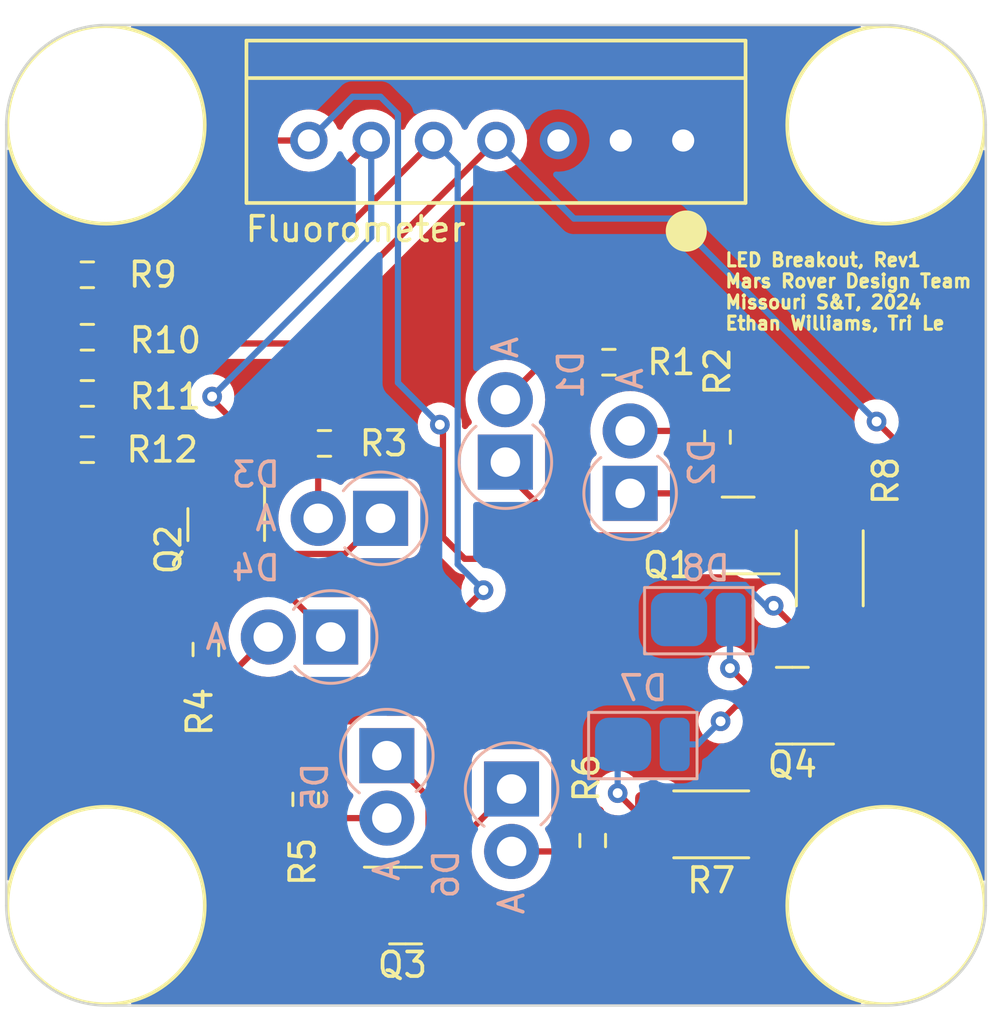
<source format=kicad_pcb>
(kicad_pcb (version 20221018) (generator pcbnew)
  (layers (0 "F.Cu" signal) (31 "B.Cu" signal) (34 "B.Paste" user) (35 "F.Paste" user) (36 "B.SilkS" user "B.Silkscreen") (37 "F.SilkS" user "F.Silkscreen") (38 "B.Mask" user) (39 "F.Mask" user) (44 "Edge.Cuts" user))
  (net 0 "")
  (net 1 "Net-(D1-A)")
  (net 2 "GND")
  (net 3 "Net-(D1-K)")
  (net 4 "530nm")
  (net 5 "Net-(D3-K)")
  (net 6 "Net-(D3-A)")
  (net 7 "Net-(D5-K)")
  (net 8 "Net-(D4-A)")
  (net 9 "Net-(D7-K)")
  (net 10 "Net-(D5-A)")
  (net 11 "522nm")
  (net 12 "465nm")
  (net 13 "400nm")
  (net 14 "+5V")
  (net 15 "Net-(D2-A)")
  (net 16 "Net-(D6-A)")
  (net 17 "Net-(D7-A)")
  (net 18 "Net-(D8-A)")
  (footprint "Resistor_SMD:R_0603_1608Metric_Pad0.98x0.95mm_HandSolder" (layer "F.Cu") (at 67.818 69.596 180)
    (fp_text reference "R9" (at -2.667 0) (layer "F.SilkS"))
    (fp_text value "4.7k Ω")
    (fp_line (start -0.254724 -0.5225) (end 0.254724 -0.5225) (stroke (width 0.12)) (layer "F.SilkS"))
    (fp_line (start -0.254724 0.5225) (end 0.254724 0.5225) (stroke (width 0.12)) (layer "F.SilkS"))
    (pad "1" smd roundrect (at -0.9125 0 180) (size 0.975 0.95) (layers "F.Cu" "F.Paste" "F.Mask") (net 4 "530nm"))
    (pad "2" smd roundrect (at 0.9125 0 180) (size 0.975 0.95) (layers "F.Cu" "F.Paste" "F.Mask") (net 2 "GND"))
  )
  (footprint "MRDT_Drill_Holes:4_40_Hole" (layer "F.Cu") (at 68.58 63.5)
    (fp_text reference "REF**" hide)
    (fp_text value "4_40_Hole" hide)
    (fp_circle (center 0 0) (end -0.00508 4.01828) (stroke (width 0.15)) (fill none) (layer "F.SilkS"))
    (pad "" np_thru_hole circle (at 0 0) (size 2.9464 2.9464) (drill 2.9464) (layers "*.Cu" "*.Mask") (clearance 2.5))
  )
  (footprint "Resistor_SMD:R_0603_1608Metric_Pad0.98x0.95mm_HandSolder" (layer "F.Cu") (at 67.818 74.422 180)
    (fp_text reference "R11" (at -3.175 -0.127) (layer "F.SilkS"))
    (fp_text value "4.7k Ω")
    (fp_line (start -0.254724 -0.5225) (end 0.254724 -0.5225) (stroke (width 0.12)) (layer "F.SilkS"))
    (fp_line (start -0.254724 0.5225) (end 0.254724 0.5225) (stroke (width 0.12)) (layer "F.SilkS"))
    (pad "1" smd roundrect (at -0.9125 0 180) (size 0.975 0.95) (layers "F.Cu" "F.Paste" "F.Mask") (net 12 "465nm"))
    (pad "2" smd roundrect (at 0.9125 0 180) (size 0.975 0.95) (layers "F.Cu" "F.Paste" "F.Mask") (net 2 "GND"))
  )
  (footprint "Resistor_SMD:R_0603_1608Metric_Pad0.98x0.95mm_HandSolder" (layer "F.Cu") (at 67.818 76.708 180)
    (fp_text reference "R12" (at -3.048 0) (layer "F.SilkS"))
    (fp_text value "4.7k Ω")
    (fp_line (start -0.254724 -0.5225) (end 0.254724 -0.5225) (stroke (width 0.12)) (layer "F.SilkS"))
    (fp_line (start -0.254724 0.5225) (end 0.254724 0.5225) (stroke (width 0.12)) (layer "F.SilkS"))
    (pad "1" smd roundrect (at -0.9125 0 180) (size 0.975 0.95) (layers "F.Cu" "F.Paste" "F.Mask") (net 13 "400nm"))
    (pad "2" smd roundrect (at 0.9125 0 180) (size 0.975 0.95) (layers "F.Cu" "F.Paste" "F.Mask") (net 2 "GND"))
  )
  (footprint "Resistor_SMD:R_0603_1608Metric_Pad0.98x0.95mm_HandSolder" (layer "F.Cu") (at 89.0505 73.152 180)
    (fp_text reference "R1" (at -2.54 0) (layer "F.SilkS"))
    (fp_text value "88.7 Ω")
    (fp_line (start -0.254724 -0.5225) (end 0.254724 -0.5225) (stroke (width 0.12)) (layer "F.SilkS"))
    (fp_line (start -0.254724 0.5225) (end 0.254724 0.5225) (stroke (width 0.12)) (layer "F.SilkS"))
    (pad "1" smd roundrect (at -0.9125 0 180) (size 0.975 0.95) (layers "F.Cu" "F.Paste" "F.Mask") (net 14 "+5V"))
    (pad "2" smd roundrect (at 0.9125 0 180) (size 0.975 0.95) (layers "F.Cu" "F.Paste" "F.Mask") (net 1 "Net-(D1-A)"))
  )
  (footprint "Package_TO_SOT_SMD:SOT-23" (layer "F.Cu") (at 94.3125 80.198 180)
    (fp_text reference "Q1" (at 2.8725 -1.209) (layer "F.SilkS"))
    (fp_text value "BSS138")
    (fp_line (start 0 -1.56) (end -1.675 -1.56) (stroke (width 0.12)) (layer "F.SilkS"))
    (fp_line (start 0 -1.56) (end 0.65 -1.56) (stroke (width 0.12)) (layer "F.SilkS"))
    (fp_line (start 0 1.56) (end -0.65 1.56) (stroke (width 0.12)) (layer "F.SilkS"))
    (fp_line (start 0 1.56) (end 0.65 1.56) (stroke (width 0.12)) (layer "F.SilkS"))
    (pad "1" smd roundrect (at -0.9375 -0.95 180) (size 1.475 0.6) (layers "F.Cu" "F.Paste" "F.Mask") (net 4 "530nm"))
    (pad "2" smd roundrect (at -0.9375 0.95 180) (size 1.475 0.6) (layers "F.Cu" "F.Paste" "F.Mask") (net 2 "GND"))
    (pad "3" smd roundrect (at 0.9375 0 180) (size 1.475 0.6) (layers "F.Cu" "F.Paste" "F.Mask") (net 3 "Net-(D1-K)"))
  )
  (footprint "MRDT_Drill_Holes:4_40_Hole" (layer "F.Cu") (at 100.33 63.5)
    (fp_text reference "REF**" hide)
    (fp_text value "4_40_Hole" hide)
    (fp_circle (center 0 0) (end -0.00508 4.01828) (stroke (width 0.15)) (fill none) (layer "F.SilkS"))
    (pad "" np_thru_hole circle (at 0 0) (size 2.9464 2.9464) (drill 2.9464) (layers "F&B.Cu" "*.Mask") (clearance 2.5))
  )
  (footprint "Resistor_SMD:R_2010_5025Metric_Pad1.40x2.65mm_HandSolder" (layer "F.Cu") (at 98.044 81.534 -90)
    (fp_text reference "R8" (at -3.556 -2.28 90) (layer "F.SilkS"))
    (fp_text value "8 Ω")
    (fp_line (start -1.527064 -1.36) (end 1.527064 -1.36) (stroke (width 0.12)) (layer "F.SilkS"))
    (fp_line (start -1.527064 1.36) (end 1.527064 1.36) (stroke (width 0.12)) (layer "F.SilkS"))
    (pad "1" smd roundrect (at -2.4 0 270) (size 1.4 2.65) (layers "F.Cu" "F.Paste" "F.Mask") (roundrect_rratio 0.178571) (net 14 "+5V"))
    (pad "2" smd roundrect (at 2.4 0 270) (size 1.4 2.65) (layers "F.Cu" "F.Paste" "F.Mask") (roundrect_rratio 0.178571) (net 18 "Net-(D8-A)"))
  )
  (footprint "Resistor_SMD:R_0603_1608Metric_Pad0.98x0.95mm_HandSolder" (layer "F.Cu") (at 93.472 76.2 90)
    (fp_text reference "R2" (at 2.667 0 90) (layer "F.SilkS"))
    (fp_text value "88.7 Ω")
    (fp_line (start -0.254724 -0.5225) (end 0.254724 -0.5225) (stroke (width 0.12)) (layer "F.SilkS"))
    (fp_line (start -0.254724 0.5225) (end 0.254724 0.5225) (stroke (width 0.12)) (layer "F.SilkS"))
    (pad "1" smd roundrect (at -0.9125 0 90) (size 0.975 0.95) (layers "F.Cu" "F.Paste" "F.Mask") (net 14 "+5V"))
    (pad "2" smd roundrect (at 0.9125 0 90) (size 0.975 0.95) (layers "F.Cu" "F.Paste" "F.Mask") (net 15 "Net-(D2-A)"))
  )
  (footprint "MRDT_Drill_Holes:4_40_Hole" (layer "F.Cu") (at 100.33 95.25)
    (fp_text reference "REF**" hide)
    (fp_text value "4_40_Hole" hide)
    (fp_circle (center 0 0) (end -0.00508 4.01828) (stroke (width 0.15)) (fill none) (layer "F.SilkS"))
    (pad "" np_thru_hole circle (at 0 0) (size 2.9464 2.9464) (drill 2.9464) (layers "*.Cu" "*.Mask") (clearance 2.5))
  )
  (footprint "Resistor_SMD:R_0603_1608Metric_Pad0.98x0.95mm_HandSolder" (layer "F.Cu") (at 76.708 90.932 -90)
    (fp_text reference "R5" (at 2.54 0.127 90) (layer "F.SilkS"))
    (fp_text value "82.5 Ω")
    (fp_line (start -0.254724 -0.5225) (end 0.254724 -0.5225) (stroke (width 0.12)) (layer "F.SilkS"))
    (fp_line (start -0.254724 0.5225) (end 0.254724 0.5225) (stroke (width 0.12)) (layer "F.SilkS"))
    (pad "1" smd roundrect (at -0.9125 0 270) (size 0.975 0.95) (layers "F.Cu" "F.Paste" "F.Mask") (net 14 "+5V"))
    (pad "2" smd roundrect (at 0.9125 0 270) (size 0.975 0.95) (layers "F.Cu" "F.Paste" "F.Mask") (net 10 "Net-(D5-A)"))
  )
  (footprint "Resistor_SMD:R_0603_1608Metric_Pad0.98x0.95mm_HandSolder" (layer "F.Cu") (at 72.644 84.836 -90)
    (fp_text reference "R4" (at 2.54 0.254 90) (layer "F.SilkS"))
    (fp_text value "78.7 Ω")
    (fp_line (start -0.254724 -0.5225) (end 0.254724 -0.5225) (stroke (width 0.12)) (layer "F.SilkS"))
    (fp_line (start -0.254724 0.5225) (end 0.254724 0.5225) (stroke (width 0.12)) (layer "F.SilkS"))
    (pad "1" smd roundrect (at -0.9125 0 270) (size 0.975 0.95) (layers "F.Cu" "F.Paste" "F.Mask") (net 14 "+5V"))
    (pad "2" smd roundrect (at 0.9125 0 270) (size 0.975 0.95) (layers "F.Cu" "F.Paste" "F.Mask") (net 8 "Net-(D4-A)"))
  )
  (footprint "Package_TO_SOT_SMD:SOT-23" (layer "F.Cu") (at 96.52 87.122 180)
    (fp_text reference "Q4" (at 0 -2.4) (layer "F.SilkS"))
    (fp_text value "BSS138")
    (fp_line (start 0 -1.56) (end -1.675 -1.56) (stroke (width 0.12)) (layer "F.SilkS"))
    (fp_line (start 0 -1.56) (end 0.65 -1.56) (stroke (width 0.12)) (layer "F.SilkS"))
    (fp_line (start 0 1.56) (end -0.65 1.56) (stroke (width 0.12)) (layer "F.SilkS"))
    (fp_line (start 0 1.56) (end 0.65 1.56) (stroke (width 0.12)) (layer "F.SilkS"))
    (pad "1" smd roundrect (at -0.9375 -0.95 180) (size 1.475 0.6) (layers "F.Cu" "F.Paste" "F.Mask") (net 13 "400nm"))
    (pad "2" smd roundrect (at -0.9375 0.95 180) (size 1.475 0.6) (layers "F.Cu" "F.Paste" "F.Mask") (net 2 "GND"))
    (pad "3" smd roundrect (at 0.9375 0 180) (size 1.475 0.6) (layers "F.Cu" "F.Paste" "F.Mask") (net 9 "Net-(D7-K)"))
  )
  (footprint "Package_TO_SOT_SMD:SOT-23" (layer "F.Cu") (at 80.772 95.25)
    (fp_text reference "Q3" (at -0.127 2.413) (layer "F.SilkS"))
    (fp_text value "BSS138")
    (fp_line (start 0 -1.56) (end -1.675 -1.56) (stroke (width 0.12)) (layer "F.SilkS"))
    (fp_line (start 0 -1.56) (end 0.65 -1.56) (stroke (width 0.12)) (layer "F.SilkS"))
    (fp_line (start 0 1.56) (end -0.65 1.56) (stroke (width 0.12)) (layer "F.SilkS"))
    (fp_line (start 0 1.56) (end 0.65 1.56) (stroke (width 0.12)) (layer "F.SilkS"))
    (pad "1" smd roundrect (at -0.9375 -0.95) (size 1.475 0.6) (layers "F.Cu" "F.Paste" "F.Mask") (net 12 "465nm"))
    (pad "2" smd roundrect (at -0.9375 0.95) (size 1.475 0.6) (layers "F.Cu" "F.Paste" "F.Mask") (net 2 "GND"))
    (pad "3" smd roundrect (at 0.9375 0) (size 1.475 0.6) (layers "F.Cu" "F.Paste" "F.Mask") (net 7 "Net-(D5-K)"))
  )
  (footprint "MRDT_Drill_Holes:4_40_Hole" (layer "F.Cu") (at 68.58 95.25)
    (fp_text reference "REF**" hide)
    (fp_text value "4_40_Hole" hide)
    (fp_circle (center 0 0) (end -0.00508 4.01828) (stroke (width 0.15)) (fill none) (layer "F.SilkS"))
    (pad "" np_thru_hole circle (at 0 0) (size 2.9464 2.9464) (drill 2.9464) (layers "*.Cu" "*.Mask") (clearance 2.5))
  )
  (footprint "Package_TO_SOT_SMD:SOT-23" (layer "F.Cu") (at 73.472 79.756 -90)
    (fp_text reference "Q2" (at 1.016 2.352 90) (layer "F.SilkS"))
    (fp_text value "BSS138")
    (fp_line (start 0 -1.56) (end -1.675 -1.56) (stroke (width 0.12)) (layer "F.SilkS"))
    (fp_line (start 0 -1.56) (end 0.65 -1.56) (stroke (width 0.12)) (layer "F.SilkS"))
    (fp_line (start 0 1.56) (end -0.65 1.56) (stroke (width 0.12)) (layer "F.SilkS"))
    (fp_line (start 0 1.56) (end 0.65 1.56) (stroke (width 0.12)) (layer "F.SilkS"))
    (pad "1" smd roundrect (at -0.9375 -0.95 270) (size 1.475 0.6) (layers "F.Cu" "F.Paste" "F.Mask") (net 11 "522nm"))
    (pad "2" smd roundrect (at -0.9375 0.95 270) (size 1.475 0.6) (layers "F.Cu" "F.Paste" "F.Mask") (net 2 "GND"))
    (pad "3" smd roundrect (at 0.9375 0 270) (size 1.475 0.6) (layers "F.Cu" "F.Paste" "F.Mask") (net 5 "Net-(D3-K)"))
  )
  (footprint "Resistor_SMD:R_0603_1608Metric_Pad0.98x0.95mm_HandSolder" (layer "F.Cu") (at 88.392 92.6065 -90)
    (fp_text reference "R6" (at -2.54 0.254 90) (layer "F.SilkS"))
    (fp_text value "82.5 Ω")
    (fp_line (start -0.254724 -0.5225) (end 0.254724 -0.5225) (stroke (width 0.12)) (layer "F.SilkS"))
    (fp_line (start -0.254724 0.5225) (end 0.254724 0.5225) (stroke (width 0.12)) (layer "F.SilkS"))
    (pad "1" smd roundrect (at -0.9125 0 270) (size 0.975 0.95) (layers "F.Cu" "F.Paste" "F.Mask") (net 14 "+5V"))
    (pad "2" smd roundrect (at 0.9125 0 270) (size 0.975 0.95) (layers "F.Cu" "F.Paste" "F.Mask") (net 16 "Net-(D6-A)"))
  )
  (footprint "MRDT_Connectors:MOLEX_SL_07_Vertical" (layer "F.Cu") (at 76.835 64.135)
    (fp_text reference "Conn1" hide)
    (fp_text value "Molex_SL_07")
    (fp_line (start -2.54 -4.064) (end -2.54 -2.54) (stroke (width 0.15)) (layer "F.SilkS"))
    (fp_line (start -2.54 -2.54) (end 17.78 -2.54) (stroke (width 0.15)) (layer "F.SilkS"))
    (fp_line (start -2.54 2.54) (end -2.54 -2.54) (stroke (width 0.15)) (layer "F.SilkS"))
    (fp_line (start 17.78 -4.064) (end -2.54 -4.064) (stroke (width 0.15)) (layer "F.SilkS"))
    (fp_line (start 17.78 -2.54) (end 17.78 -4.064) (stroke (width 0.15)) (layer "F.SilkS"))
    (fp_line (start 17.78 2.54) (end -2.54 2.54) (stroke (width 0.15)) (layer "F.SilkS"))
    (fp_line (start 17.78 2.54) (end 17.78 -2.54) (stroke (width 0.15)) (layer "F.SilkS"))
    (pad "1" thru_hole circle (at 0 0) (size 1.524 1.524) (drill 0.9) (layers "*.Cu" "*.Mask") (net 4 "530nm"))
    (pad "2" thru_hole circle (at 2.54 0) (size 1.524 1.524) (drill 0.9) (layers "*.Cu" "*.Mask") (net 11 "522nm"))
    (pad "3" thru_hole circle (at 5.08 0) (size 1.524 1.524) (drill 0.9) (layers "*.Cu" "*.Mask") (net 12 "465nm"))
    (pad "4" thru_hole circle (at 7.62 0) (size 1.524 1.524) (drill 0.9) (layers "*.Cu" "*.Mask") (net 13 "400nm"))
    (pad "5" thru_hole circle (at 10.16 0) (size 1.524 1.524) (drill 0.9) (layers "*.Cu" "*.Mask") (net 14 "+5V"))
    (pad "6" thru_hole circle (at 12.7 0) (size 1.524 1.524) (drill 0.9) (layers "*.Cu" "*.Mask") (net 2 "GND"))
    (pad "7" thru_hole circle (at 15.24 0) (size 1.524 1.524) (drill 0.9) (layers "*.Cu" "*.Mask") (net 2 "GND"))
  )
  (footprint "Resistor_SMD:R_0603_1608Metric_Pad0.98x0.95mm_HandSolder" (layer "F.Cu") (at 77.47 76.454 180)
    (fp_text reference "R3" (at -2.413 0) (layer "F.SilkS"))
    (fp_text value "78.7 Ω")
    (fp_line (start -0.254724 -0.5225) (end 0.254724 -0.5225) (stroke (width 0.12)) (layer "F.SilkS"))
    (fp_line (start -0.254724 0.5225) (end 0.254724 0.5225) (stroke (width 0.12)) (layer "F.SilkS"))
    (pad "1" smd roundrect (at -0.9125 0 180) (size 0.975 0.95) (layers "F.Cu" "F.Paste" "F.Mask") (net 14 "+5V"))
    (pad "2" smd roundrect (at 0.9125 0 180) (size 0.975 0.95) (layers "F.Cu" "F.Paste" "F.Mask") (net 6 "Net-(D3-A)"))
  )
  (footprint "Resistor_SMD:R_2010_5025Metric_Pad1.40x2.65mm_HandSolder" (layer "F.Cu") (at 93.218 91.948 180)
    (fp_text reference "R7" (at 0 -2.28) (layer "F.SilkS"))
    (fp_text value "8 Ω")
    (fp_line (start -1.527064 -1.36) (end 1.527064 -1.36) (stroke (width 0.12)) (layer "F.SilkS"))
    (fp_line (start -1.527064 1.36) (end 1.527064 1.36) (stroke (width 0.12)) (layer "F.SilkS"))
    (pad "1" smd roundrect (at -2.4 0 180) (size 1.4 2.65) (layers "F.Cu" "F.Paste" "F.Mask") (roundrect_rratio 0.178571) (net 14 "+5V"))
    (pad "2" smd roundrect (at 2.4 0 180) (size 1.4 2.65) (layers "F.Cu" "F.Paste" "F.Mask") (roundrect_rratio 0.178571) (net 17 "Net-(D7-A)"))
  )
  (footprint "Resistor_SMD:R_0603_1608Metric_Pad0.98x0.95mm_HandSolder" (layer "F.Cu") (at 67.818 72.136 180)
    (fp_text reference "R10" (at -3.175 -0.127) (layer "F.SilkS"))
    (fp_text value "4.7k Ω")
    (fp_line (start -0.254724 -0.5225) (end 0.254724 -0.5225) (stroke (width 0.12)) (layer "F.SilkS"))
    (fp_line (start -0.254724 0.5225) (end 0.254724 0.5225) (stroke (width 0.12)) (layer "F.SilkS"))
    (pad "1" smd roundrect (at -0.9125 0 180) (size 0.975 0.95) (layers "F.Cu" "F.Paste" "F.Mask") (net 11 "522nm"))
    (pad "2" smd roundrect (at 0.9125 0 180) (size 0.975 0.95) (layers "F.Cu" "F.Paste" "F.Mask") (net 2 "GND"))
  )
  (footprint "Diode_THT:D_DO-15_P2.54mm_Vertical_AnodeUp" (layer "B.Cu") (at 84.836 77.216 90)
    (fp_text reference "D1" (at 3.556 2.668 90) (layer "B.SilkS") (effects (justify mirror)))
    (fp_text value "530 nm")
    (fp_text user "A" (at 4.66 0 90) (layer "B.SilkS") (effects (justify mirror)))
    (fp_arc (start 1.514596 1.12) (mid -1.883124 0.047368) (end 1.456371 -1.194732) (stroke (width 0.12)) (layer "B.SilkS"))
    (pad "1" thru_hole rect (at 0 0 90) (size 2.24 2.24) (drill 1.2) (layers "*.Cu" "*.Mask") (net 3 "Net-(D1-K)"))
    (pad "2" thru_hole oval (at 2.54 0 90) (size 2.24 2.24) (drill 1.2) (layers "*.Cu" "*.Mask") (net 1 "Net-(D1-A)"))
  )
  (footprint "MRDT_Passives:3528SMD_Diode" (layer "B.Cu") (at 93.0936 83.566 180)
    (fp_text reference "D8" (at 0.1016 2.032 unlocked) (layer "B.SilkS") (effects (justify mirror)))
    (fp_text value "400 nm")
    (fp_rect (start -1.8236 1.2506) (end 2.5908 -1.4478) (stroke (width 0.12)) (fill none) (layer "B.SilkS"))
    (pad "1" smd roundrect (at -0.9144 -0.0508 180) (size 1.22 2.17) (layers "B.Cu" "B.Paste" "B.Mask") (net 9 "Net-(D7-K)"))
    (pad "2" smd roundrect (at 1.1856 -0.0508 180) (size 2.288 2.17) (layers "B.Cu" "B.Paste" "B.Mask") (net 18 "Net-(D8-A)"))
  )
  (footprint "Diode_THT:D_DO-15_P2.54mm_Vertical_AnodeUp" (layer "B.Cu") (at 80.01 89.154 -90)
    (fp_text reference "D5" (at 1.27 2.921 90) (layer "B.SilkS") (effects (justify mirror)))
    (fp_text value "465 nm")
    (fp_text user "A" (at 4.66 0 90) (layer "B.SilkS") (effects (justify mirror)))
    (fp_arc (start 1.514596 1.12) (mid -1.883124 0.047368) (end 1.456371 -1.194732) (stroke (width 0.12)) (layer "B.SilkS"))
    (pad "1" thru_hole rect (at 0 0 270) (size 2.24 2.24) (drill 1.2) (layers "*.Cu" "*.Mask") (net 7 "Net-(D5-K)"))
    (pad "2" thru_hole oval (at 2.54 0 270) (size 2.24 2.24) (drill 1.2) (layers "*.Cu" "*.Mask") (net 10 "Net-(D5-A)"))
  )
  (footprint "Diode_THT:D_DO-15_P2.54mm_Vertical_AnodeUp" (layer "B.Cu") (at 89.916 78.486 90)
    (fp_text reference "D2" (at 1.27 2.921 90) (layer "B.SilkS") (effects (justify mirror)))
    (fp_text value "530 nm")
    (fp_text user "A" (at 4.66 0 90) (layer "B.SilkS") (effects (justify mirror)))
    (fp_arc (start 1.514596 1.12) (mid -1.883124 0.047368) (end 1.456371 -1.194732) (stroke (width 0.12)) (layer "B.SilkS"))
    (pad "1" thru_hole rect (at 0 0 90) (size 2.24 2.24) (drill 1.2) (layers "*.Cu" "*.Mask") (net 3 "Net-(D1-K)"))
    (pad "2" thru_hole oval (at 2.54 0 90) (size 2.24 2.24) (drill 1.2) (layers "*.Cu" "*.Mask") (net 15 "Net-(D2-A)"))
  )
  (footprint "Diode_THT:D_DO-15_P2.54mm_Vertical_AnodeUp" (layer "B.Cu") (at 79.756 79.502 180)
    (fp_text reference "D3" (at 5.08 1.778) (layer "B.SilkS") (effects (justify mirror)))
    (fp_text value "522 nm")
    (fp_text user "A" (at 4.66 0) (layer "B.SilkS") (effects (justify mirror)))
    (fp_arc (start 1.514596 1.12) (mid -1.883124 0.047368) (end 1.456371 -1.194732) (stroke (width 0.12)) (layer "B.SilkS"))
    (pad "1" thru_hole rect (at 0 0 180) (size 2.24 2.24) (drill 1.2) (layers "*.Cu" "*.Mask") (net 5 "Net-(D3-K)"))
    (pad "2" thru_hole oval (at 2.54 0 180) (size 2.24 2.24) (drill 1.2) (layers "*.Cu" "*.Mask") (net 6 "Net-(D3-A)"))
  )
  (footprint "MRDT_Passives:3528SMD_Diode" (layer "B.Cu") (at 90.8158 88.646 180)
    (fp_text reference "D7" (at 0.3556 2.2352 unlocked) (layer "B.SilkS") (effects (justify mirror)))
    (fp_text value "400 nm")
    (fp_rect (start -1.8236 1.2506) (end 2.5908 -1.4478) (stroke (width 0.12)) (fill none) (layer "B.SilkS"))
    (pad "1" smd roundrect (at -0.9144 -0.0508 180) (size 1.22 2.17) (layers "B.Cu" "B.Paste" "B.Mask") (net 9 "Net-(D7-K)"))
    (pad "2" smd roundrect (at 1.1856 -0.0508 180) (size 2.288 2.17) (layers "B.Cu" "B.Paste" "B.Mask") (net 17 "Net-(D7-A)"))
  )
  (footprint "Diode_THT:D_DO-15_P2.54mm_Vertical_AnodeUp" (layer "B.Cu") (at 85.09 90.51 -90)
    (fp_text reference "D6" (at 3.47 2.667 90) (layer "B.SilkS") (effects (justify mirror)))
    (fp_text value "465 nm")
    (fp_text user "A" (at 4.66 0 90) (layer "B.SilkS") (effects (justify mirror)))
    (fp_arc (start 1.514596 1.12) (mid -1.883124 0.047368) (end 1.456371 -1.194732) (stroke (width 0.12)) (layer "B.SilkS"))
    (pad "1" thru_hole rect (at 0 0 270) (size 2.24 2.24) (drill 1.2) (layers "*.Cu" "*.Mask") (net 7 "Net-(D5-K)"))
    (pad "2" thru_hole oval (at 2.54 0 270) (size 2.24 2.24) (drill 1.2) (layers "*.Cu" "*.Mask") (net 16 "Net-(D6-A)"))
  )
  (footprint "Diode_THT:D_DO-15_P2.54mm_Vertical_AnodeUp" (layer "B.Cu") (at 77.724 84.328 180)
    (fp_text reference "D4" (at 3.048 2.794) (layer "B.SilkS") (effects (justify mirror)))
    (fp_text value "522 nm")
    (fp_text user "A" (at 4.66 0) (layer "B.SilkS") (effects (justify mirror)))
    (fp_arc (start 1.514596 1.12) (mid -1.883124 0.047368) (end 1.456371 -1.194732) (stroke (width 0.12)) (layer "B.SilkS"))
    (pad "1" thru_hole rect (at 0 0 180) (size 2.24 2.24) (drill 1.2) (layers "*.Cu" "*.Mask") (net 5 "Net-(D3-K)"))
    (pad "2" thru_hole oval (at 2.54 0 180) (size 2.24 2.24) (drill 1.2) (layers "*.Cu" "*.Mask") (net 8 "Net-(D4-A)"))
  )
  (gr_circle (center 92.202 67.818) (end 92.964 67.818) (stroke (width 0.15)) (fill solid) (layer "F.SilkS"))
  (gr_arc (start 64.516 63.5) (mid 65.706318 60.626318) (end 68.58 59.436) (stroke (width 0.1)) (layer "Edge.Cuts"))
  (gr_line (start 68.58 99.314) (end 100.33 99.314) (stroke (width 0.1)) (layer "Edge.Cuts"))
  (gr_arc (start 68.58 99.314) (mid 65.706318 98.123682) (end 64.516 95.25) (stroke (width 0.1)) (layer "Edge.Cuts"))
  (gr_line (start 64.516 63.5) (end 64.516 95.25) (stroke (width 0.1)) (layer "Edge.Cuts"))
  (gr_arc (start 104.394 95.25) (mid 103.203682 98.123682) (end 100.33 99.314) (stroke (width 0.1)) (layer "Edge.Cuts"))
  (gr_line (start 68.58 59.436) (end 100.33 59.436) (stroke (width 0.1)) (layer "Edge.Cuts"))
  (gr_arc (start 100.33 59.436) (mid 103.203682 60.626318) (end 104.394 63.5) (stroke (width 0.1)) (layer "Edge.Cuts"))
  (gr_line (start 104.394 95.25) (end 104.394 63.5) (stroke (width 0.1)) (layer "Edge.Cuts"))
  (gr_text "Fluorometer" (at 74.168 68.326) (layer "F.SilkS") (effects (font (size 1 1)) (justify left bottom)))
  (gr_text "LED Breakout, Rev1\nMars Rover Design Team\nMissouri S&T, 2024\nEthan Williams, Tri Le" (at 93.726 71.882) (layer "F.SilkS") (effects (font (size 0.5334 0.5334) (thickness 0.127) bold) (justify left bottom)))
  (segment (start 84.836 74.676) (end 86.36 73.152) (width 0.254) (layer "F.Cu") (net 1))
  (segment (start 86.36 73.152) (end 88.138 73.152) (width 0.254) (layer "F.Cu") (net 1))
  (segment (start 93.375 80.198) (end 87.437 80.198) (width 0.254) (layer "F.Cu") (net 3))
  (segment (start 91.663 78.486) (end 89.916 78.486) (width 0.254) (layer "F.Cu") (net 3))
  (segment (start 84.836 77.597) (end 84.836 77.216) (width 0.254) (layer "F.Cu") (net 3))
  (segment (start 87.437 80.198) (end 84.836 77.597) (width 0.254) (layer "F.Cu") (net 3))
  (segment (start 93.375 80.198) (end 91.663 78.486) (width 0.254) (layer "F.Cu") (net 3))
  (segment (start 82.296 76.2) (end 82.296 75.819) (width 0.254) (layer "F.Cu") (net 4))
  (segment (start 83.18 81.148) (end 82.423 80.391) (width 0.254) (layer "F.Cu") (net 4))
  (segment (start 82.296 80.264) (end 82.296 76.2) (width 0.254) (layer "F.Cu") (net 4))
  (segment (start 95.25 81.148) (end 83.18 81.148) (width 0.254) (layer "F.Cu") (net 4))
  (segment (start 68.7305 69.596) (end 74.1915 64.135) (width 0.254) (layer "F.Cu") (net 4))
  (segment (start 74.1915 64.135) (end 76.835 64.135) (width 0.254) (layer "F.Cu") (net 4))
  (segment (start 82.423 80.391) (end 82.296 80.264) (width 0.254) (layer "F.Cu") (net 4))
  (segment (start 82.296 75.819) (end 82.169 75.692) (width 0.254) (layer "F.Cu") (net 4))
  (via (at 82.169 75.692) (size 0.8) (drill 0.4) (layers "F.Cu" "B.Cu") (net 4))
  (segment (start 80.464 63.065) (end 79.756 62.357) (width 0.254) (layer "B.Cu") (net 4))
  (segment (start 82.169 75.692) (end 80.464 73.987) (width 0.254) (layer "B.Cu") (net 4))
  (segment (start 79.756 62.357) (end 78.613 62.357) (width 0.254) (layer "B.Cu") (net 4))
  (segment (start 78.613 62.357) (end 76.835 64.135) (width 0.254) (layer "B.Cu") (net 4))
  (segment (start 80.464 73.987) (end 80.464 63.065) (width 0.254) (layer "B.Cu") (net 4))
  (segment (start 78.309 80.949) (end 79.756 79.502) (width 0.254) (layer "F.Cu") (net 5))
  (segment (start 73.472 80.6935) (end 73.7275 80.949) (width 0.254) (layer "F.Cu") (net 5))
  (segment (start 73.7275 80.949) (end 78.309 80.949) (width 0.254) (layer "F.Cu") (net 5))
  (segment (start 73.472 80.6935) (end 74.0895 80.6935) (width 0.254) (layer "F.Cu") (net 5))
  (segment (start 74.0895 80.6935) (end 77.724 84.328) (width 0.254) (layer "F.Cu") (net 5))
  (segment (start 77.216 77.1125) (end 76.5575 76.454) (width 0.254) (layer "F.Cu") (net 6))
  (segment (start 77.216 79.502) (end 77.216 77.1125) (width 0.254) (layer "F.Cu") (net 6))
  (segment (start 81.7095 93.8905) (end 81.7095 95.25) (width 0.254) (layer "F.Cu") (net 7))
  (segment (start 81.7095 95.25) (end 81.7095 90.8535) (width 0.254) (layer "F.Cu") (net 7))
  (segment (start 81.7095 90.8535) (end 80.01 89.154) (width 0.254) (layer "F.Cu") (net 7))
  (segment (start 85.09 90.51) (end 81.7095 93.8905) (width 0.254) (layer "F.Cu") (net 7))
  (segment (start 72.644 85.7485) (end 73.7635 85.7485) (width 0.254) (layer "F.Cu") (net 8))
  (segment (start 73.7635 85.7485) (end 75.184 84.328) (width 0.254) (layer "F.Cu") (net 8))
  (segment (start 95.5825 87.122) (end 95.504 87.122) (width 0.254) (layer "F.Cu") (net 9))
  (segment (start 95.5825 87.122) (end 94.234 87.122) (width 0.254) (layer "F.Cu") (net 9))
  (segment (start 94.234 87.122) (end 93.599 87.757) (width 0.254) (layer "F.Cu") (net 9))
  (segment (start 93.98 85.598) (end 94.008 85.626) (width 0.254) (layer "F.Cu") (net 9))
  (segment (start 95.504 87.122) (end 93.98 85.598) (width 0.254) (layer "F.Cu") (net 9))
  (via (at 93.98 85.598) (size 0.8) (drill 0.4) (layers "F.Cu" "B.Cu") (net 9))
  (via (at 93.599 87.757) (size 0.8) (drill 0.4) (layers "F.Cu" "B.Cu") (net 9))
  (segment (start 91.7302 88.6968) (end 92.6592 88.6968) (width 0.25) (layer "B.Cu") (net 9))
  (segment (start 93.98 83.6448) (end 94.008 83.6168) (width 0.254) (layer "B.Cu") (net 9))
  (segment (start 93.98 85.598) (end 93.98 83.6448) (width 0.254) (layer "B.Cu") (net 9))
  (segment (start 92.6592 88.6968) (end 93.599 87.757) (width 0.25) (layer "B.Cu") (net 9))
  (segment (start 76.708 91.8445) (end 76.8585 91.694) (width 0.254) (layer "F.Cu") (net 10))
  (segment (start 76.8585 91.694) (end 80.01 91.694) (width 0.254) (layer "F.Cu") (net 10))
  (segment (start 74.422 76.2) (end 72.898 74.676) (width 0.254) (layer "F.Cu") (net 11))
  (segment (start 72.898 74.549) (end 72.771 74.549) (width 0.254) (layer "F.Cu") (net 11))
  (segment (start 74.422 78.8185) (end 74.422 76.2) (width 0.254) (layer "F.Cu") (net 11))
  (segment (start 72.028 71.482) (end 79.375 64.135) (width 0.254) (layer "F.Cu") (net 11))
  (segment (start 72.898 74.676) (end 72.898 74.549) (width 0.254) (layer "F.Cu") (net 11))
  (segment (start 72.771 74.549) (end 72.898 74.676) (width 0.254) (layer "F.Cu") (net 11))
  (segment (start 68.7305 72.136) (end 69.3845 71.482) (width 0.254) (layer "F.Cu") (net 11))
  (segment (start 69.3845 71.482) (end 72.028 71.482) (width 0.254) (layer "F.Cu") (net 11))
  (via (at 72.898 74.549) (size 0.8) (drill 0.4) (layers "F.Cu" "B.Cu") (net 11))
  (segment (start 79.375 68.072) (end 79.375 64.135) (width 0.254) (layer "B.Cu") (net 11))
  (segment (start 72.898 74.549) (end 79.375 68.072) (width 0.254) (layer "B.Cu") (net 11))
  (segment (start 78.613 87.757) (end 74.93 87.757) (width 0.254) (layer "F.Cu") (net 12))
  (segment (start 74.295 88.392) (end 74.295 90.717324) (width 0.254) (layer "F.Cu") (net 12))
  (segment (start 74.295 90.717324) (end 74.93 91.352324) (width 0.254) (layer "F.Cu") (net 12))
  (segment (start 74.93 91.352324) (end 74.93 93.472) (width 0.254) (layer "F.Cu") (net 12))
  (segment (start 71.2165 71.936) (end 74.114 71.936) (width 0.254) (layer "F.Cu") (net 12))
  (segment (start 68.7305 74.422) (end 71.2165 71.936) (width 0.254) (layer "F.Cu") (net 12))
  (segment (start 74.93 87.757) (end 74.295 88.392) (width 0.254) (layer "F.Cu") (net 12))
  (segment (start 74.93 93.472) (end 75.758 94.3) (width 0.254) (layer "F.Cu") (net 12))
  (segment (start 74.114 71.936) (end 81.915 64.135) (width 0.254) (layer "F.Cu") (net 12))
  (segment (start 75.758 94.3) (end 79.8345 94.3) (width 0.254) (layer "F.Cu") (net 12))
  (segment (start 83.947 82.423) (end 78.613 87.757) (width 0.254) (layer "F.Cu") (net 12))
  (via (at 83.947 82.423) (size 0.8) (drill 0.4) (layers "F.Cu" "B.Cu") (net 12))
  (segment (start 82.896 65.116) (end 82.896 81.372) (width 0.254) (layer "B.Cu") (net 12))
  (segment (start 82.896 81.372) (end 83.947 82.423) (width 0.254) (layer "B.Cu") (net 12))
  (segment (start 81.915 64.135) (end 82.896 65.116) (width 0.254) (layer "B.Cu") (net 12))
  (segment (start 76.2 72.39) (end 73.025 72.39) (width 0.254) (layer "F.Cu") (net 13))
  (segment (start 84.455 64.135) (end 76.2 72.39) (width 0.254) (layer "F.Cu") (net 13))
  (segment (start 68.7305 76.6845) (end 68.7305 76.708) (width 0.254) (layer "F.Cu") (net 13))
  (segment (start 73.025 72.39) (end 68.7305 76.6845) (width 0.254) (layer "F.Cu") (net 13))
  (segment (start 101.346 84.1835) (end 97.4575 88.072) (width 0.254) (layer "F.Cu") (net 13))
  (segment (start 99.949 75.565) (end 101.346 76.962) (width 0.254) (layer "F.Cu") (net 13))
  (segment (start 99.949 75.565) (end 100.076 75.438) (width 0.254) (layer "F.Cu") (net 13))
  (segment (start 101.346 76.962) (end 101.346 84.1835) (width 0.254) (layer "F.Cu") (net 13))
  (via (at 99.949 75.565) (size 0.8) (drill 0.4) (layers "F.Cu" "B.Cu") (net 13))
  (segment (start 87.63 67.31) (end 84.455 64.135) (width 0.254) (layer "B.Cu") (net 13))
  (segment (start 99.949 75.565) (end 91.694 67.31) (width 0.254) (layer "B.Cu") (net 13))
  (segment (start 91.694 67.31) (end 87.63 67.31) (width 0.254) (layer "B.Cu") (net 13))
  (segment (start 93.472 75.2875) (end 92.8135 75.946) (width 0.254) (layer "F.Cu") (net 15))
  (segment (start 92.8135 75.946) (end 89.916 75.946) (width 0.254) (layer "F.Cu") (net 15))
  (segment (start 85.09 93.05) (end 87.923 93.05) (width 0.254) (layer "F.Cu") (net 16))
  (segment (start 87.923 93.05) (end 88.392 93.519) (width 0.254) (layer "F.Cu") (net 16))
  (segment (start 90.678 91.948) (end 89.408 90.678) (width 0.25) (layer "F.Cu") (net 17))
  (segment (start 90.818 91.948) (end 90.678 91.948) (width 0.25) (layer "F.Cu") (net 17))
  (via (at 89.408 90.678) (size 0.8) (drill 0.4) (layers "F.Cu" "B.Cu") (net 17))
  (segment (start 89.408 90.678) (end 89.408 88.919) (width 0.25) (layer "B.Cu") (net 17))
  (segment (start 89.408 88.919) (end 89.6302 88.6968) (width 0.25) (layer "B.Cu") (net 17))
  (segment (start 98.044 83.934) (end 96.634 83.934) (width 0.25) (layer "F.Cu") (net 18))
  (segment (start 96.634 83.934) (end 95.758 83.058) (width 0.25) (layer "F.Cu") (net 18))
  (via (at 95.758 83.058) (size 0.8) (drill 0.4) (layers "F.Cu" "B.Cu") (net 18))
  (segment (start 95.758 83.058) (end 95.425155 83.058) (width 0.25) (layer "B.Cu") (net 18))
  (segment (start 93.318 82.2068) (end 91.908 83.6168) (width 0.25) (layer "B.Cu") (net 18))
  (segment (start 95.425155 83.058) (end 94.573955 82.2068) (width 0.25) (layer "B.Cu") (net 18))
  (segment (start 94.573955 82.2068) (end 93.318 82.2068) (width 0.25) (layer "B.Cu") (net 18))
  (zone (net 14) (net_name "+5V") (layer "F.Cu") (connect_pads yes (clearance 0.5)) (min_thickness 0.25) (fill yes (thermal_gap 0.5) (thermal_bridge_width 0.5))
    (polygon (pts (xy 64.262 58.674) (xy 64.262 99.822) (xy 104.648 100.076) (xy 104.394 58.42)))
  )
  (zone (net 2) (net_name "GND") (layer "B.Cu") (priority 1) (connect_pads yes (clearance 0.5)) (min_thickness 0.25) (fill yes (thermal_gap 0.5) (thermal_bridge_width 0.5))
    (polygon (pts (xy 64.262 100.076) (xy 104.648 100.076) (xy 104.394 58.674) (xy 64.262 58.674)))
  )
)
</source>
